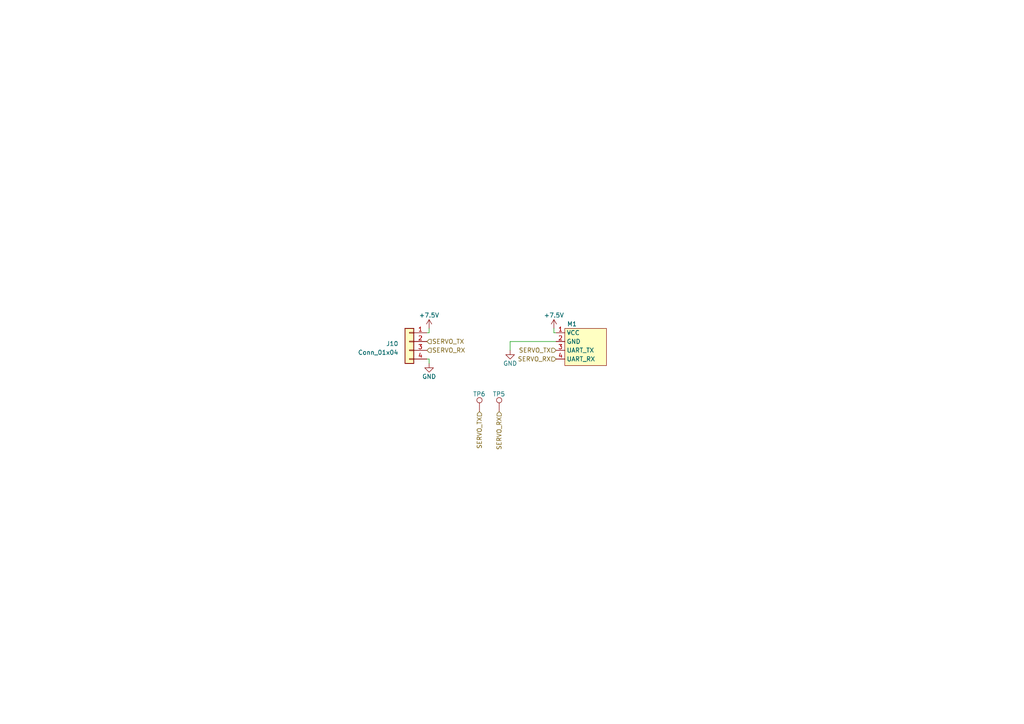
<source format=kicad_sch>
(kicad_sch (version 20230121) (generator eeschema)
  (paper "A4")
  (title_block (title "Brake balance servo") (date "2023-03-11") (rev "${REVISION}") (company "Author: Szymon Kostrubiec") (comment 1 "Reviewer:"))
  (lib_symbols
    (symbol "Connector:TestPoint" (pin_numbers hide) (pin_names (offset 0.762) hide)
      (property "Reference" "TP" (at 0 6.858 0))
      (property "Value" "TestPoint" (at 0 5.08 0))
      (symbol "TestPoint_0_1"
        (circle (center 0 3.302) (radius 0.762))
      )
      (symbol "TestPoint_1_1"
        (pin passive line (at 0 0 90) (length 2.54) (name "1") (number "1"))
      )
    )
    (symbol "Connector_Generic:Conn_01x04" (pin_names (offset 1.016) hide)
      (property "Reference" "J" (at 0 5.08 0))
      (property "Value" "Conn_01x04" (at 0 -7.62 0))
      (symbol "Conn_01x04_1_1"
        (rectangle (start -1.27 -4.953) (end 0 -5.207) (stroke (width 0.1524)))
        (rectangle (start -1.27 -2.413) (end 0 -2.667) (stroke (width 0.1524)))
        (rectangle (start -1.27 0.127) (end 0 -0.127) (stroke (width 0.1524)))
        (rectangle (start -1.27 2.667) (end 0 2.413) (stroke (width 0.1524)))
        (rectangle (start -1.27 3.81) (end 1.27 -6.35) (stroke (width 0.254)) (fill (type background)))
        (pin passive line (at -5.08 2.54 0) (length 3.81) (name "Pin_1") (number "1"))
        (pin passive line (at -5.08 0 0) (length 3.81) (name "Pin_2") (number "2"))
        (pin passive line (at -5.08 -2.54 0) (length 3.81) (name "Pin_3") (number "3"))
        (pin passive line (at -5.08 -5.08 0) (length 3.81) (name "Pin_4") (number "4"))
      )
    )
    (symbol "Motor:Motor_servo_uart"
      (property "Reference" "M" (at -5.715 6.985 0))
      (symbol "Motor_servo_uart_0_1"
        (rectangle (start -6.35 5.715) (end 5.715 -5.08) (fill (type background)))
      )
      (symbol "Motor_servo_uart_1_1"
        (pin input line (at -8.89 4.445 0) (length 2.54) (name "VCC") (number "1"))
        (pin input line (at -8.89 1.905 0) (length 2.54) (name "GND") (number "2"))
        (pin input line (at -8.89 -0.635 0) (length 2.54) (name "UART_TX") (number "3"))
        (pin input line (at -8.89 -3.175 0) (length 2.54) (name "UART_RX") (number "4"))
      )
    )
    (symbol "power:+7V" (power) (pin_names (offset 0))
      (property "Value" "+7V" (at 0 3.556 0))
      (symbol "+7V_0_1"
        (polyline (pts (xy -0.762 1.27) (xy 0 2.54)))
        (polyline (pts (xy 0 0) (xy 0 2.54)))
        (polyline (pts (xy 0 2.54) (xy 0.762 1.27)))
      )
      (symbol "+7V_1_1"
        (pin power_in line (at 0 0 90) (length 0) hide (name "+7.5V") (number "1"))
      )
    )
    (symbol "power:GND" (power) (pin_names (offset 0))
      (property "Value" "GND" (at 0 -3.81 0))
      (symbol "GND_0_1"
        (polyline (pts (xy 0 0) (xy 0 -1.27) (xy 1.27 -1.27) (xy 0 -2.54) (xy -1.27 -1.27) (xy 0 -1.27)))
      )
      (symbol "GND_1_1"
        (pin power_in line (at 0 0 270) (length 0) hide (name "GND") (number "1"))
      )
    )
  )
  (wire (pts (xy 161.29 99.06) (xy 147.955 99.06)))
  (wire (pts (xy 124.46 105.41) (xy 124.46 104.14)))
  (wire (pts (xy 123.825 96.52) (xy 124.46 96.52)))
  (wire (pts (xy 161.29 96.52) (xy 160.655 96.52)))
  (wire (pts (xy 124.46 104.14) (xy 123.825 104.14)))
  (wire (pts (xy 124.46 96.52) (xy 124.46 95.25)))
  (wire (pts (xy 147.955 99.06) (xy 147.955 101.6)))
  (wire (pts (xy 160.655 95.25) (xy 160.655 96.52)))
  (hierarchical_label "SERVO_TX" (shape input) (at 123.825 99.06 0))
  (hierarchical_label "SERVO_RX" (shape input) (at 123.825 101.6 0))
  (hierarchical_label "SERVO_RX" (shape input) (at 144.78 119.38 270))
  (hierarchical_label "SERVO_TX" (shape input) (at 139.065 119.38 270))
  (hierarchical_label "SERVO_TX" (shape input) (at 161.29 101.6 180))
  (hierarchical_label "SERVO_RX" (shape input) (at 161.29 104.14 180))
  (symbol (lib_id "power:GND") (at 147.955 101.6 0) (unit 1)
    (property "Reference" "#PWR0145" (effects hide))
    (property "Value" "GND" (at 147.955 105.41 0))
  )
  (symbol (lib_id "power:GND") (at 124.46 105.41 0) (unit 1)
    (property "Reference" "#PWR092" (effects hide))
    (property "Value" "GND" (at 124.46 109.22 0))
  )
  (symbol (lib_id "Connector:TestPoint") (at 144.78 119.38 0) (unit 1)
    (property "Reference" "TP5" (at 142.875 114.3 0) (effects (justify left)))
    (property "Value" "TestPoint" (effects hide))
  )
  (symbol (lib_id "Connector:TestPoint") (at 139.065 119.38 0) (unit 1)
    (property "Reference" "TP6" (at 137.16 114.3 0) (effects (justify left)))
    (property "Value" "TestPoint" (effects hide))
  )
  (symbol (lib_id "Connector_Generic:Conn_01x04") (at 118.745 99.06 0) (mirror y) (unit 1)
    (property "Reference" "J10" (at 115.57 99.695 0) (effects (justify left)))
    (property "Value" "Conn_01x04" (at 115.57 102.235 0) (effects (justify left)))
  )
  (symbol (lib_id "power:+7V") (at 124.46 95.25 0) (unit 1)
    (property "Reference" "#PWR090" (effects hide))
    (property "Value" "+7V" (at 124.46 91.44 0))
    (instances (project "PUTM_EV_Frontbox_2023" (path "" (reference "#PWR090") (unit 1)) (path "" (reference "#PWR098") (unit 1))))
  )
  (symbol (lib_id "power:+7V") (at 160.655 95.25 0) (unit 1)
    (property "Reference" "#PWR090" (effects hide))
    (property "Value" "+7V" (at 160.655 91.44 0))
    (instances (project "PUTM_EV_Frontbox_2023" (path "" (reference "#PWR090") (unit 1)) (path "" (reference "#PWR0144") (unit 1))))
  )
  (symbol (lib_id "Motor:Motor_servo_uart") (at 170.18 100.965 0) (unit 1)
    (property "Reference" "M1" (at 164.465 93.98 0) (effects (justify left)))
    (property "Value" "~" (at 165.1 96.52 0))
    (property "Datasheet" "https://botland.store/servo-continuous-360-operation/21963-30kg-serial-bus-servo-servo-with-360-degree-magnetic-encoder-waveshare-22414.html" (effects hide))
  )
)
</source>
